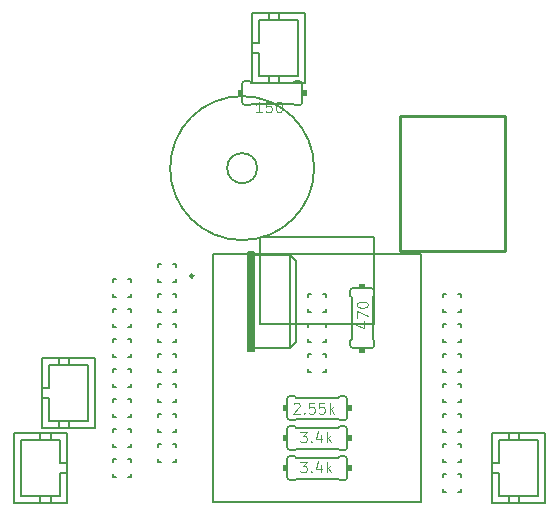
<source format=gbr>
%TF.GenerationSoftware,KiCad,Pcbnew,7.0.9*%
%TF.CreationDate,2023-11-20T12:38:18-05:00*%
%TF.ProjectId,brobot_v1,62726f62-6f74-45f7-9631-2e6b69636164,rev?*%
%TF.SameCoordinates,Original*%
%TF.FileFunction,Legend,Top*%
%TF.FilePolarity,Positive*%
%FSLAX46Y46*%
G04 Gerber Fmt 4.6, Leading zero omitted, Abs format (unit mm)*
G04 Created by KiCad (PCBNEW 7.0.9) date 2023-11-20 12:38:18*
%MOMM*%
%LPD*%
G01*
G04 APERTURE LIST*
%ADD10C,0.089154*%
%ADD11C,0.254000*%
%ADD12C,0.127000*%
%ADD13C,0.152400*%
G04 APERTURE END LIST*
D10*
X149680189Y-119250145D02*
X149723115Y-119207219D01*
X149723115Y-119207219D02*
X149808967Y-119164293D01*
X149808967Y-119164293D02*
X150023597Y-119164293D01*
X150023597Y-119164293D02*
X150109449Y-119207219D01*
X150109449Y-119207219D02*
X150152375Y-119250145D01*
X150152375Y-119250145D02*
X150195301Y-119335997D01*
X150195301Y-119335997D02*
X150195301Y-119421849D01*
X150195301Y-119421849D02*
X150152375Y-119550627D01*
X150152375Y-119550627D02*
X149637263Y-120065739D01*
X149637263Y-120065739D02*
X150195301Y-120065739D01*
X150581635Y-119979887D02*
X150624561Y-120022813D01*
X150624561Y-120022813D02*
X150581635Y-120065739D01*
X150581635Y-120065739D02*
X150538709Y-120022813D01*
X150538709Y-120022813D02*
X150581635Y-119979887D01*
X150581635Y-119979887D02*
X150581635Y-120065739D01*
X151440155Y-119164293D02*
X151010895Y-119164293D01*
X151010895Y-119164293D02*
X150967969Y-119593553D01*
X150967969Y-119593553D02*
X151010895Y-119550627D01*
X151010895Y-119550627D02*
X151096747Y-119507701D01*
X151096747Y-119507701D02*
X151311377Y-119507701D01*
X151311377Y-119507701D02*
X151397229Y-119550627D01*
X151397229Y-119550627D02*
X151440155Y-119593553D01*
X151440155Y-119593553D02*
X151483081Y-119679405D01*
X151483081Y-119679405D02*
X151483081Y-119894035D01*
X151483081Y-119894035D02*
X151440155Y-119979887D01*
X151440155Y-119979887D02*
X151397229Y-120022813D01*
X151397229Y-120022813D02*
X151311377Y-120065739D01*
X151311377Y-120065739D02*
X151096747Y-120065739D01*
X151096747Y-120065739D02*
X151010895Y-120022813D01*
X151010895Y-120022813D02*
X150967969Y-119979887D01*
X152298675Y-119164293D02*
X151869415Y-119164293D01*
X151869415Y-119164293D02*
X151826489Y-119593553D01*
X151826489Y-119593553D02*
X151869415Y-119550627D01*
X151869415Y-119550627D02*
X151955267Y-119507701D01*
X151955267Y-119507701D02*
X152169897Y-119507701D01*
X152169897Y-119507701D02*
X152255749Y-119550627D01*
X152255749Y-119550627D02*
X152298675Y-119593553D01*
X152298675Y-119593553D02*
X152341601Y-119679405D01*
X152341601Y-119679405D02*
X152341601Y-119894035D01*
X152341601Y-119894035D02*
X152298675Y-119979887D01*
X152298675Y-119979887D02*
X152255749Y-120022813D01*
X152255749Y-120022813D02*
X152169897Y-120065739D01*
X152169897Y-120065739D02*
X151955267Y-120065739D01*
X151955267Y-120065739D02*
X151869415Y-120022813D01*
X151869415Y-120022813D02*
X151826489Y-119979887D01*
X152727935Y-120065739D02*
X152727935Y-119164293D01*
X152813787Y-119722331D02*
X153071343Y-120065739D01*
X153071343Y-119464775D02*
X152727935Y-119808183D01*
X150237931Y-124154798D02*
X150795969Y-124154798D01*
X150795969Y-124154798D02*
X150495487Y-124498206D01*
X150495487Y-124498206D02*
X150624265Y-124498206D01*
X150624265Y-124498206D02*
X150710117Y-124541132D01*
X150710117Y-124541132D02*
X150753043Y-124584058D01*
X150753043Y-124584058D02*
X150795969Y-124669910D01*
X150795969Y-124669910D02*
X150795969Y-124884540D01*
X150795969Y-124884540D02*
X150753043Y-124970392D01*
X150753043Y-124970392D02*
X150710117Y-125013318D01*
X150710117Y-125013318D02*
X150624265Y-125056244D01*
X150624265Y-125056244D02*
X150366709Y-125056244D01*
X150366709Y-125056244D02*
X150280857Y-125013318D01*
X150280857Y-125013318D02*
X150237931Y-124970392D01*
X151182303Y-124970392D02*
X151225229Y-125013318D01*
X151225229Y-125013318D02*
X151182303Y-125056244D01*
X151182303Y-125056244D02*
X151139377Y-125013318D01*
X151139377Y-125013318D02*
X151182303Y-124970392D01*
X151182303Y-124970392D02*
X151182303Y-125056244D01*
X151997897Y-124455280D02*
X151997897Y-125056244D01*
X151783267Y-124111872D02*
X151568637Y-124755762D01*
X151568637Y-124755762D02*
X152126675Y-124755762D01*
X152470083Y-125056244D02*
X152470083Y-124154798D01*
X152555935Y-124712836D02*
X152813491Y-125056244D01*
X152813491Y-124455280D02*
X152470083Y-124798688D01*
X150237931Y-121614798D02*
X150795969Y-121614798D01*
X150795969Y-121614798D02*
X150495487Y-121958206D01*
X150495487Y-121958206D02*
X150624265Y-121958206D01*
X150624265Y-121958206D02*
X150710117Y-122001132D01*
X150710117Y-122001132D02*
X150753043Y-122044058D01*
X150753043Y-122044058D02*
X150795969Y-122129910D01*
X150795969Y-122129910D02*
X150795969Y-122344540D01*
X150795969Y-122344540D02*
X150753043Y-122430392D01*
X150753043Y-122430392D02*
X150710117Y-122473318D01*
X150710117Y-122473318D02*
X150624265Y-122516244D01*
X150624265Y-122516244D02*
X150366709Y-122516244D01*
X150366709Y-122516244D02*
X150280857Y-122473318D01*
X150280857Y-122473318D02*
X150237931Y-122430392D01*
X151182303Y-122430392D02*
X151225229Y-122473318D01*
X151225229Y-122473318D02*
X151182303Y-122516244D01*
X151182303Y-122516244D02*
X151139377Y-122473318D01*
X151139377Y-122473318D02*
X151182303Y-122430392D01*
X151182303Y-122430392D02*
X151182303Y-122516244D01*
X151997897Y-121915280D02*
X151997897Y-122516244D01*
X151783267Y-121571872D02*
X151568637Y-122215762D01*
X151568637Y-122215762D02*
X152126675Y-122215762D01*
X152470083Y-122516244D02*
X152470083Y-121614798D01*
X152555935Y-122172836D02*
X152813491Y-122516244D01*
X152813491Y-121915280D02*
X152470083Y-122258688D01*
X155342271Y-112396249D02*
X155943235Y-112396249D01*
X154998863Y-112610879D02*
X155642753Y-112825509D01*
X155642753Y-112825509D02*
X155642753Y-112267471D01*
X155041789Y-112009915D02*
X155041789Y-111408951D01*
X155041789Y-111408951D02*
X155943235Y-111795285D01*
X155041789Y-110893839D02*
X155041789Y-110807987D01*
X155041789Y-110807987D02*
X155084715Y-110722135D01*
X155084715Y-110722135D02*
X155127641Y-110679209D01*
X155127641Y-110679209D02*
X155213493Y-110636283D01*
X155213493Y-110636283D02*
X155385197Y-110593357D01*
X155385197Y-110593357D02*
X155599827Y-110593357D01*
X155599827Y-110593357D02*
X155771531Y-110636283D01*
X155771531Y-110636283D02*
X155857383Y-110679209D01*
X155857383Y-110679209D02*
X155900309Y-110722135D01*
X155900309Y-110722135D02*
X155943235Y-110807987D01*
X155943235Y-110807987D02*
X155943235Y-110893839D01*
X155943235Y-110893839D02*
X155900309Y-110979691D01*
X155900309Y-110979691D02*
X155857383Y-111022617D01*
X155857383Y-111022617D02*
X155771531Y-111065543D01*
X155771531Y-111065543D02*
X155599827Y-111108469D01*
X155599827Y-111108469D02*
X155385197Y-111108469D01*
X155385197Y-111108469D02*
X155213493Y-111065543D01*
X155213493Y-111065543D02*
X155127641Y-111022617D01*
X155127641Y-111022617D02*
X155084715Y-110979691D01*
X155084715Y-110979691D02*
X155041789Y-110893839D01*
X146985969Y-94576244D02*
X146470857Y-94576244D01*
X146728413Y-94576244D02*
X146728413Y-93674798D01*
X146728413Y-93674798D02*
X146642561Y-93803576D01*
X146642561Y-93803576D02*
X146556709Y-93889428D01*
X146556709Y-93889428D02*
X146470857Y-93932354D01*
X147801563Y-93674798D02*
X147372303Y-93674798D01*
X147372303Y-93674798D02*
X147329377Y-94104058D01*
X147329377Y-94104058D02*
X147372303Y-94061132D01*
X147372303Y-94061132D02*
X147458155Y-94018206D01*
X147458155Y-94018206D02*
X147672785Y-94018206D01*
X147672785Y-94018206D02*
X147758637Y-94061132D01*
X147758637Y-94061132D02*
X147801563Y-94104058D01*
X147801563Y-94104058D02*
X147844489Y-94189910D01*
X147844489Y-94189910D02*
X147844489Y-94404540D01*
X147844489Y-94404540D02*
X147801563Y-94490392D01*
X147801563Y-94490392D02*
X147758637Y-94533318D01*
X147758637Y-94533318D02*
X147672785Y-94576244D01*
X147672785Y-94576244D02*
X147458155Y-94576244D01*
X147458155Y-94576244D02*
X147372303Y-94533318D01*
X147372303Y-94533318D02*
X147329377Y-94490392D01*
X148402527Y-93674798D02*
X148488379Y-93674798D01*
X148488379Y-93674798D02*
X148574231Y-93717724D01*
X148574231Y-93717724D02*
X148617157Y-93760650D01*
X148617157Y-93760650D02*
X148660083Y-93846502D01*
X148660083Y-93846502D02*
X148703009Y-94018206D01*
X148703009Y-94018206D02*
X148703009Y-94232836D01*
X148703009Y-94232836D02*
X148660083Y-94404540D01*
X148660083Y-94404540D02*
X148617157Y-94490392D01*
X148617157Y-94490392D02*
X148574231Y-94533318D01*
X148574231Y-94533318D02*
X148488379Y-94576244D01*
X148488379Y-94576244D02*
X148402527Y-94576244D01*
X148402527Y-94576244D02*
X148316675Y-94533318D01*
X148316675Y-94533318D02*
X148273749Y-94490392D01*
X148273749Y-94490392D02*
X148230823Y-94404540D01*
X148230823Y-94404540D02*
X148187897Y-94232836D01*
X148187897Y-94232836D02*
X148187897Y-94018206D01*
X148187897Y-94018206D02*
X148230823Y-93846502D01*
X148230823Y-93846502D02*
X148273749Y-93760650D01*
X148273749Y-93760650D02*
X148316675Y-93717724D01*
X148316675Y-93717724D02*
X148402527Y-93674798D01*
%TO.C,U1*%
D11*
X141184100Y-108407600D02*
G75*
G03*
X141184100Y-108407600I-127000J0D01*
G01*
D12*
X146876100Y-112500600D02*
X146876100Y-105148600D01*
X156476100Y-112500600D02*
X146876100Y-112500600D01*
X156476100Y-105148600D02*
X156476100Y-112500600D01*
X146876100Y-105148600D02*
X156476100Y-105148600D01*
X142876100Y-106568600D02*
X142876100Y-127568600D01*
X160476100Y-106568600D02*
X142876100Y-106568600D01*
X160476100Y-127568600D02*
X160476100Y-106568600D01*
X142876100Y-127568600D02*
X160476100Y-127568600D01*
D11*
%TO.C,U2*%
X158661100Y-94843600D02*
X167551100Y-94843600D01*
X158661100Y-106273600D02*
X158661100Y-94843600D01*
X167551100Y-106273600D02*
X158661100Y-106273600D01*
X167551100Y-94843600D02*
X167551100Y-106273600D01*
D13*
%TO.C,PAD39*%
X150914100Y-111480600D02*
X150914100Y-111226600D01*
X151168100Y-111480600D02*
X150914100Y-111480600D01*
X152438100Y-111480600D02*
X152184100Y-111480600D01*
X152438100Y-111226600D02*
X152438100Y-111480600D01*
X152438100Y-109956600D02*
X152184100Y-109956600D01*
X152438100Y-109956600D02*
X152438100Y-110210600D01*
X150914100Y-109956600D02*
X150914100Y-110210600D01*
X150914100Y-109956600D02*
X151168100Y-109956600D01*
%TO.C,PAD40*%
X150914100Y-114020600D02*
X150914100Y-113766600D01*
X151168100Y-114020600D02*
X150914100Y-114020600D01*
X152438100Y-114020600D02*
X152184100Y-114020600D01*
X152438100Y-113766600D02*
X152438100Y-114020600D01*
X152438100Y-112496600D02*
X152184100Y-112496600D01*
X152438100Y-112496600D02*
X152438100Y-112750600D01*
X150914100Y-112496600D02*
X150914100Y-112750600D01*
X150914100Y-112496600D02*
X151168100Y-112496600D01*
%TO.C,PAD41*%
X150914100Y-116560600D02*
X150914100Y-116306600D01*
X151168100Y-116560600D02*
X150914100Y-116560600D01*
X152438100Y-116560600D02*
X152184100Y-116560600D01*
X152438100Y-116306600D02*
X152438100Y-116560600D01*
X152438100Y-115036600D02*
X152184100Y-115036600D01*
X152438100Y-115036600D02*
X152438100Y-115290600D01*
X150914100Y-115036600D02*
X150914100Y-115290600D01*
X150914100Y-115036600D02*
X151168100Y-115036600D01*
%TO.C,R1*%
G36*
X154597100Y-119862600D02*
G01*
X154216100Y-119862600D01*
X154216100Y-119354600D01*
X154597100Y-119354600D01*
X154597100Y-119862600D01*
G37*
G36*
X149136100Y-119862600D02*
G01*
X148755100Y-119862600D01*
X148755100Y-119354600D01*
X149136100Y-119354600D01*
X149136100Y-119862600D01*
G37*
X149136100Y-118846600D02*
X149136100Y-120370600D01*
X149390100Y-118592600D02*
X149771100Y-118592600D01*
X149390100Y-120624600D02*
X149771100Y-120624600D01*
X149898100Y-118719600D02*
X153454100Y-118719600D01*
X149898100Y-118719600D02*
X149771100Y-118592600D01*
X149898100Y-120497600D02*
X153454100Y-120497600D01*
X149898100Y-120497600D02*
X149771100Y-120624600D01*
X153454100Y-118719600D02*
X153581100Y-118592600D01*
X153962100Y-118592600D02*
X153581100Y-118592600D01*
X153454100Y-120497600D02*
X153581100Y-120624600D01*
X153962100Y-120624600D02*
X153581100Y-120624600D01*
X154216100Y-118846600D02*
X154216100Y-120370600D01*
X149136100Y-120370600D02*
G75*
G03*
X149390100Y-120624600I254000J0D01*
G01*
X149390100Y-118592600D02*
G75*
G03*
X149136100Y-118846600I0J-254000D01*
G01*
X154216100Y-118846600D02*
G75*
G03*
X153962100Y-118592600I-254000J0D01*
G01*
X153962100Y-120624600D02*
G75*
G03*
X154216100Y-120370600I0J254000D01*
G01*
%TO.C,R2*%
G36*
X149136100Y-124942600D02*
G01*
X148755100Y-124942600D01*
X148755100Y-124434600D01*
X149136100Y-124434600D01*
X149136100Y-124942600D01*
G37*
G36*
X154597100Y-124942600D02*
G01*
X154216100Y-124942600D01*
X154216100Y-124434600D01*
X154597100Y-124434600D01*
X154597100Y-124942600D01*
G37*
X154216100Y-125450600D02*
X154216100Y-123926600D01*
X153962100Y-125704600D02*
X153581100Y-125704600D01*
X153962100Y-123672600D02*
X153581100Y-123672600D01*
X153454100Y-125577600D02*
X149898100Y-125577600D01*
X153454100Y-125577600D02*
X153581100Y-125704600D01*
X153454100Y-123799600D02*
X149898100Y-123799600D01*
X153454100Y-123799600D02*
X153581100Y-123672600D01*
X149898100Y-125577600D02*
X149771100Y-125704600D01*
X149390100Y-125704600D02*
X149771100Y-125704600D01*
X149898100Y-123799600D02*
X149771100Y-123672600D01*
X149390100Y-123672600D02*
X149771100Y-123672600D01*
X149136100Y-125450600D02*
X149136100Y-123926600D01*
X154216100Y-123926600D02*
G75*
G03*
X153962100Y-123672600I-254000J0D01*
G01*
X153962100Y-125704600D02*
G75*
G03*
X154216100Y-125450600I0J254000D01*
G01*
X149136100Y-125450600D02*
G75*
G03*
X149390100Y-125704600I254000J0D01*
G01*
X149390100Y-123672600D02*
G75*
G03*
X149136100Y-123926600I0J-254000D01*
G01*
%TO.C,R3*%
G36*
X149136100Y-122402600D02*
G01*
X148755100Y-122402600D01*
X148755100Y-121894600D01*
X149136100Y-121894600D01*
X149136100Y-122402600D01*
G37*
G36*
X154597100Y-122402600D02*
G01*
X154216100Y-122402600D01*
X154216100Y-121894600D01*
X154597100Y-121894600D01*
X154597100Y-122402600D01*
G37*
X154216100Y-122910600D02*
X154216100Y-121386600D01*
X153962100Y-123164600D02*
X153581100Y-123164600D01*
X153962100Y-121132600D02*
X153581100Y-121132600D01*
X153454100Y-123037600D02*
X149898100Y-123037600D01*
X153454100Y-123037600D02*
X153581100Y-123164600D01*
X153454100Y-121259600D02*
X149898100Y-121259600D01*
X153454100Y-121259600D02*
X153581100Y-121132600D01*
X149898100Y-123037600D02*
X149771100Y-123164600D01*
X149390100Y-123164600D02*
X149771100Y-123164600D01*
X149898100Y-121259600D02*
X149771100Y-121132600D01*
X149390100Y-121132600D02*
X149771100Y-121132600D01*
X149136100Y-122910600D02*
X149136100Y-121386600D01*
X154216100Y-121386600D02*
G75*
G03*
X153962100Y-121132600I-254000J0D01*
G01*
X153962100Y-123164600D02*
G75*
G03*
X154216100Y-122910600I0J254000D01*
G01*
X149136100Y-122910600D02*
G75*
G03*
X149390100Y-123164600I254000J0D01*
G01*
X149390100Y-121132600D02*
G75*
G03*
X149136100Y-121386600I0J-254000D01*
G01*
%TO.C,R4*%
G36*
X155740100Y-109448600D02*
G01*
X155232100Y-109448600D01*
X155232100Y-109067600D01*
X155740100Y-109067600D01*
X155740100Y-109448600D01*
G37*
G36*
X155740100Y-114909600D02*
G01*
X155232100Y-114909600D01*
X155232100Y-114528600D01*
X155740100Y-114528600D01*
X155740100Y-114909600D01*
G37*
X154724100Y-114528600D02*
X156248100Y-114528600D01*
X154470100Y-114274600D02*
X154470100Y-113893600D01*
X156502100Y-114274600D02*
X156502100Y-113893600D01*
X154597100Y-113766600D02*
X154597100Y-110210600D01*
X154597100Y-113766600D02*
X154470100Y-113893600D01*
X156375100Y-113766600D02*
X156375100Y-110210600D01*
X156375100Y-113766600D02*
X156502100Y-113893600D01*
X154597100Y-110210600D02*
X154470100Y-110083600D01*
X154470100Y-109702600D02*
X154470100Y-110083600D01*
X156375100Y-110210600D02*
X156502100Y-110083600D01*
X156502100Y-109702600D02*
X156502100Y-110083600D01*
X154724100Y-109448600D02*
X156248100Y-109448600D01*
X156248100Y-114528600D02*
G75*
G03*
X156502100Y-114274600I0J254000D01*
G01*
X154470100Y-114274600D02*
G75*
G03*
X154724100Y-114528600I254000J0D01*
G01*
X154724100Y-109448600D02*
G75*
G03*
X154470100Y-109702600I0J-254000D01*
G01*
X156502100Y-109702600D02*
G75*
G03*
X156248100Y-109448600I-254000J0D01*
G01*
D12*
%TO.C,P1*%
X129916100Y-125088600D02*
X130516100Y-125088600D01*
X129916100Y-124288600D02*
X130516100Y-124288600D01*
X129916100Y-124288600D02*
X129916100Y-122338600D01*
X129116100Y-122338600D02*
X129116100Y-121738600D01*
X128216100Y-122338600D02*
X128216100Y-121738600D01*
X128216100Y-127638600D02*
X128216100Y-127038600D01*
X129116100Y-127638600D02*
X129116100Y-127038600D01*
X129116100Y-122338600D02*
X129916100Y-122338600D01*
X128216100Y-122338600D02*
X129116100Y-122338600D01*
X126616100Y-122338600D02*
X128216100Y-122338600D01*
X129916100Y-127038600D02*
X129916100Y-125088600D01*
X129116100Y-127038600D02*
X129916100Y-127038600D01*
X128216100Y-127038600D02*
X129116100Y-127038600D01*
X126616100Y-127038600D02*
X128216100Y-127038600D01*
X126616100Y-127038600D02*
X126616100Y-122338600D01*
X129116100Y-127638600D02*
X130516100Y-127638600D01*
X128216100Y-127638600D02*
X129116100Y-127638600D01*
X126016100Y-127638600D02*
X128216100Y-127638600D01*
X129116100Y-121738600D02*
X130516100Y-121738600D01*
X128216100Y-121738600D02*
X129116100Y-121738600D01*
X126016100Y-121738600D02*
X128216100Y-121738600D01*
X126016100Y-127638600D02*
X126016100Y-121738600D01*
X130516100Y-124288600D02*
X130516100Y-121738600D01*
X130516100Y-125088600D02*
X130516100Y-124288600D01*
X130516100Y-127638600D02*
X130516100Y-125088600D01*
%TO.C,P2*%
X128986100Y-117938600D02*
X128386100Y-117938600D01*
X128986100Y-118738600D02*
X128386100Y-118738600D01*
X128986100Y-118738600D02*
X128986100Y-120688600D01*
X129786100Y-120688600D02*
X129786100Y-121288600D01*
X130686100Y-120688600D02*
X130686100Y-121288600D01*
X130686100Y-115388600D02*
X130686100Y-115988600D01*
X129786100Y-115388600D02*
X129786100Y-115988600D01*
X129786100Y-120688600D02*
X128986100Y-120688600D01*
X130686100Y-120688600D02*
X129786100Y-120688600D01*
X132286100Y-120688600D02*
X130686100Y-120688600D01*
X128986100Y-115988600D02*
X128986100Y-117938600D01*
X129786100Y-115988600D02*
X128986100Y-115988600D01*
X130686100Y-115988600D02*
X129786100Y-115988600D01*
X132286100Y-115988600D02*
X130686100Y-115988600D01*
X132286100Y-115988600D02*
X132286100Y-120688600D01*
X129786100Y-115388600D02*
X128386100Y-115388600D01*
X130686100Y-115388600D02*
X129786100Y-115388600D01*
X132886100Y-115388600D02*
X130686100Y-115388600D01*
X129786100Y-121288600D02*
X128386100Y-121288600D01*
X130686100Y-121288600D02*
X129786100Y-121288600D01*
X132886100Y-121288600D02*
X130686100Y-121288600D01*
X132886100Y-115388600D02*
X132886100Y-121288600D01*
X128386100Y-118738600D02*
X128386100Y-121288600D01*
X128386100Y-117938600D02*
X128386100Y-118738600D01*
X128386100Y-115388600D02*
X128386100Y-117938600D01*
%TO.C,P3*%
X167086100Y-124288600D02*
X166486100Y-124288600D01*
X167086100Y-125088600D02*
X166486100Y-125088600D01*
X167086100Y-125088600D02*
X167086100Y-127038600D01*
X167886100Y-127038600D02*
X167886100Y-127638600D01*
X168786100Y-127038600D02*
X168786100Y-127638600D01*
X168786100Y-121738600D02*
X168786100Y-122338600D01*
X167886100Y-121738600D02*
X167886100Y-122338600D01*
X167886100Y-127038600D02*
X167086100Y-127038600D01*
X168786100Y-127038600D02*
X167886100Y-127038600D01*
X170386100Y-127038600D02*
X168786100Y-127038600D01*
X167086100Y-122338600D02*
X167086100Y-124288600D01*
X167886100Y-122338600D02*
X167086100Y-122338600D01*
X168786100Y-122338600D02*
X167886100Y-122338600D01*
X170386100Y-122338600D02*
X168786100Y-122338600D01*
X170386100Y-122338600D02*
X170386100Y-127038600D01*
X167886100Y-121738600D02*
X166486100Y-121738600D01*
X168786100Y-121738600D02*
X167886100Y-121738600D01*
X170986100Y-121738600D02*
X168786100Y-121738600D01*
X167886100Y-127638600D02*
X166486100Y-127638600D01*
X168786100Y-127638600D02*
X167886100Y-127638600D01*
X170986100Y-127638600D02*
X168786100Y-127638600D01*
X170986100Y-121738600D02*
X170986100Y-127638600D01*
X166486100Y-125088600D02*
X166486100Y-127638600D01*
X166486100Y-124288600D02*
X166486100Y-125088600D01*
X166486100Y-121738600D02*
X166486100Y-124288600D01*
%TO.C,R5*%
G36*
X145326100Y-93192600D02*
G01*
X144945100Y-93192600D01*
X144945100Y-92684600D01*
X145326100Y-92684600D01*
X145326100Y-93192600D01*
G37*
G36*
X150787100Y-93192600D02*
G01*
X150406100Y-93192600D01*
X150406100Y-92684600D01*
X150787100Y-92684600D01*
X150787100Y-93192600D01*
G37*
D13*
X150406100Y-93700600D02*
X150406100Y-92176600D01*
X150152100Y-93954600D02*
X149771100Y-93954600D01*
X150152100Y-91922600D02*
X149771100Y-91922600D01*
X149644100Y-93827600D02*
X146088100Y-93827600D01*
X149644100Y-93827600D02*
X149771100Y-93954600D01*
X149644100Y-92049600D02*
X146088100Y-92049600D01*
X149644100Y-92049600D02*
X149771100Y-91922600D01*
X146088100Y-93827600D02*
X145961100Y-93954600D01*
X145580100Y-93954600D02*
X145961100Y-93954600D01*
X146088100Y-92049600D02*
X145961100Y-91922600D01*
X145580100Y-91922600D02*
X145961100Y-91922600D01*
X145326100Y-93700600D02*
X145326100Y-92176600D01*
X150406100Y-92176600D02*
G75*
G03*
X150152100Y-91922600I-254000J0D01*
G01*
X150152100Y-93954600D02*
G75*
G03*
X150406100Y-93700600I0J254000D01*
G01*
X145326100Y-93700600D02*
G75*
G03*
X145580100Y-93954600I254000J0D01*
G01*
X145580100Y-91922600D02*
G75*
G03*
X145326100Y-92176600I0J-254000D01*
G01*
%TO.C,SP1*%
X146596100Y-99288600D02*
G75*
G03*
X146596100Y-99288600I-1270000J0D01*
G01*
X151422100Y-99288600D02*
G75*
G03*
X151422100Y-99288600I-6096000J0D01*
G01*
%TO.C,Q1*%
G36*
X146342100Y-114782600D02*
G01*
X145834100Y-114782600D01*
X145834100Y-106400600D01*
X146342100Y-106400600D01*
X146342100Y-114782600D01*
G37*
D12*
X149390100Y-106654600D02*
X146342100Y-106654600D01*
X149390100Y-114528600D02*
X146342100Y-114528600D01*
X145834100Y-114782600D02*
X146342100Y-114782600D01*
X145834100Y-106400600D02*
X145834100Y-114782600D01*
X146342100Y-106400600D02*
X145834100Y-106400600D01*
X149390100Y-106654600D02*
X149390100Y-114528600D01*
X146342100Y-106654600D02*
X146342100Y-106400600D01*
X146342100Y-114528600D02*
X146342100Y-106654600D01*
X146342100Y-114782600D02*
X146342100Y-114528600D01*
X149898100Y-114020600D02*
X149390100Y-114528600D01*
X149898100Y-107162600D02*
X149898100Y-114020600D01*
X149390100Y-106654600D02*
X149898100Y-107162600D01*
D13*
%TO.C,PAD29*%
X135928100Y-123926600D02*
X135674100Y-123926600D01*
X135928100Y-124180600D02*
X135928100Y-123926600D01*
X135928100Y-125450600D02*
X135928100Y-125196600D01*
X135674100Y-125450600D02*
X135928100Y-125450600D01*
X134404100Y-125450600D02*
X134658100Y-125450600D01*
X134404100Y-125196600D02*
X134404100Y-125450600D01*
X134404100Y-123926600D02*
X134404100Y-124180600D01*
X134658100Y-123926600D02*
X134404100Y-123926600D01*
%TO.C,PAD30*%
X135928100Y-121386600D02*
X135674100Y-121386600D01*
X135928100Y-121640600D02*
X135928100Y-121386600D01*
X135928100Y-122910600D02*
X135928100Y-122656600D01*
X135674100Y-122910600D02*
X135928100Y-122910600D01*
X134404100Y-122910600D02*
X134658100Y-122910600D01*
X134404100Y-122656600D02*
X134404100Y-122910600D01*
X134404100Y-121386600D02*
X134404100Y-121640600D01*
X134658100Y-121386600D02*
X134404100Y-121386600D01*
%TO.C,PAD31*%
X135928100Y-118846600D02*
X135674100Y-118846600D01*
X135928100Y-119100600D02*
X135928100Y-118846600D01*
X135928100Y-120370600D02*
X135928100Y-120116600D01*
X135674100Y-120370600D02*
X135928100Y-120370600D01*
X134404100Y-120370600D02*
X134658100Y-120370600D01*
X134404100Y-120116600D02*
X134404100Y-120370600D01*
X134404100Y-118846600D02*
X134404100Y-119100600D01*
X134658100Y-118846600D02*
X134404100Y-118846600D01*
%TO.C,PAD32*%
X135928100Y-116306600D02*
X135674100Y-116306600D01*
X135928100Y-116560600D02*
X135928100Y-116306600D01*
X135928100Y-117830600D02*
X135928100Y-117576600D01*
X135674100Y-117830600D02*
X135928100Y-117830600D01*
X134404100Y-117830600D02*
X134658100Y-117830600D01*
X134404100Y-117576600D02*
X134404100Y-117830600D01*
X134404100Y-116306600D02*
X134404100Y-116560600D01*
X134658100Y-116306600D02*
X134404100Y-116306600D01*
%TO.C,PAD33*%
X135928100Y-113766600D02*
X135674100Y-113766600D01*
X135928100Y-114020600D02*
X135928100Y-113766600D01*
X135928100Y-115290600D02*
X135928100Y-115036600D01*
X135674100Y-115290600D02*
X135928100Y-115290600D01*
X134404100Y-115290600D02*
X134658100Y-115290600D01*
X134404100Y-115036600D02*
X134404100Y-115290600D01*
X134404100Y-113766600D02*
X134404100Y-114020600D01*
X134658100Y-113766600D02*
X134404100Y-113766600D01*
%TO.C,PAD34*%
X135928100Y-111226600D02*
X135674100Y-111226600D01*
X135928100Y-111480600D02*
X135928100Y-111226600D01*
X135928100Y-112750600D02*
X135928100Y-112496600D01*
X135674100Y-112750600D02*
X135928100Y-112750600D01*
X134404100Y-112750600D02*
X134658100Y-112750600D01*
X134404100Y-112496600D02*
X134404100Y-112750600D01*
X134404100Y-111226600D02*
X134404100Y-111480600D01*
X134658100Y-111226600D02*
X134404100Y-111226600D01*
%TO.C,PAD35*%
X135928100Y-108686600D02*
X135674100Y-108686600D01*
X135928100Y-108940600D02*
X135928100Y-108686600D01*
X135928100Y-110210600D02*
X135928100Y-109956600D01*
X135674100Y-110210600D02*
X135928100Y-110210600D01*
X134404100Y-110210600D02*
X134658100Y-110210600D01*
X134404100Y-109956600D02*
X134404100Y-110210600D01*
X134404100Y-108686600D02*
X134404100Y-108940600D01*
X134658100Y-108686600D02*
X134404100Y-108686600D01*
%TO.C,PAD36*%
X139738100Y-107416600D02*
X139484100Y-107416600D01*
X139738100Y-107670600D02*
X139738100Y-107416600D01*
X139738100Y-108940600D02*
X139738100Y-108686600D01*
X139484100Y-108940600D02*
X139738100Y-108940600D01*
X138214100Y-108940600D02*
X138468100Y-108940600D01*
X138214100Y-108686600D02*
X138214100Y-108940600D01*
X138214100Y-107416600D02*
X138214100Y-107670600D01*
X138468100Y-107416600D02*
X138214100Y-107416600D01*
%TO.C,PAD42*%
X139738100Y-109956600D02*
X139484100Y-109956600D01*
X139738100Y-110210600D02*
X139738100Y-109956600D01*
X139738100Y-111480600D02*
X139738100Y-111226600D01*
X139484100Y-111480600D02*
X139738100Y-111480600D01*
X138214100Y-111480600D02*
X138468100Y-111480600D01*
X138214100Y-111226600D02*
X138214100Y-111480600D01*
X138214100Y-109956600D02*
X138214100Y-110210600D01*
X138468100Y-109956600D02*
X138214100Y-109956600D01*
%TO.C,PAD43*%
X139738100Y-112496600D02*
X139484100Y-112496600D01*
X139738100Y-112750600D02*
X139738100Y-112496600D01*
X139738100Y-114020600D02*
X139738100Y-113766600D01*
X139484100Y-114020600D02*
X139738100Y-114020600D01*
X138214100Y-114020600D02*
X138468100Y-114020600D01*
X138214100Y-113766600D02*
X138214100Y-114020600D01*
X138214100Y-112496600D02*
X138214100Y-112750600D01*
X138468100Y-112496600D02*
X138214100Y-112496600D01*
%TO.C,PAD44*%
X139738100Y-115036600D02*
X139484100Y-115036600D01*
X139738100Y-115290600D02*
X139738100Y-115036600D01*
X139738100Y-116560600D02*
X139738100Y-116306600D01*
X139484100Y-116560600D02*
X139738100Y-116560600D01*
X138214100Y-116560600D02*
X138468100Y-116560600D01*
X138214100Y-116306600D02*
X138214100Y-116560600D01*
X138214100Y-115036600D02*
X138214100Y-115290600D01*
X138468100Y-115036600D02*
X138214100Y-115036600D01*
%TO.C,PAD45*%
X139738100Y-117576600D02*
X139484100Y-117576600D01*
X139738100Y-117830600D02*
X139738100Y-117576600D01*
X139738100Y-119100600D02*
X139738100Y-118846600D01*
X139484100Y-119100600D02*
X139738100Y-119100600D01*
X138214100Y-119100600D02*
X138468100Y-119100600D01*
X138214100Y-118846600D02*
X138214100Y-119100600D01*
X138214100Y-117576600D02*
X138214100Y-117830600D01*
X138468100Y-117576600D02*
X138214100Y-117576600D01*
%TO.C,PAD46*%
X139738100Y-120116600D02*
X139484100Y-120116600D01*
X139738100Y-120370600D02*
X139738100Y-120116600D01*
X139738100Y-121640600D02*
X139738100Y-121386600D01*
X139484100Y-121640600D02*
X139738100Y-121640600D01*
X138214100Y-121640600D02*
X138468100Y-121640600D01*
X138214100Y-121386600D02*
X138214100Y-121640600D01*
X138214100Y-120116600D02*
X138214100Y-120370600D01*
X138468100Y-120116600D02*
X138214100Y-120116600D01*
%TO.C,PAD47*%
X139738100Y-122656600D02*
X139484100Y-122656600D01*
X139738100Y-122910600D02*
X139738100Y-122656600D01*
X139738100Y-124180600D02*
X139738100Y-123926600D01*
X139484100Y-124180600D02*
X139738100Y-124180600D01*
X138214100Y-124180600D02*
X138468100Y-124180600D01*
X138214100Y-123926600D02*
X138214100Y-124180600D01*
X138214100Y-122656600D02*
X138214100Y-122910600D01*
X138468100Y-122656600D02*
X138214100Y-122656600D01*
%TO.C,PAD48*%
X163868100Y-109956600D02*
X163614100Y-109956600D01*
X163868100Y-110210600D02*
X163868100Y-109956600D01*
X163868100Y-111480600D02*
X163868100Y-111226600D01*
X163614100Y-111480600D02*
X163868100Y-111480600D01*
X162344100Y-111480600D02*
X162598100Y-111480600D01*
X162344100Y-111226600D02*
X162344100Y-111480600D01*
X162344100Y-109956600D02*
X162344100Y-110210600D01*
X162598100Y-109956600D02*
X162344100Y-109956600D01*
%TO.C,PAD49*%
X163868100Y-112496600D02*
X163614100Y-112496600D01*
X163868100Y-112750600D02*
X163868100Y-112496600D01*
X163868100Y-114020600D02*
X163868100Y-113766600D01*
X163614100Y-114020600D02*
X163868100Y-114020600D01*
X162344100Y-114020600D02*
X162598100Y-114020600D01*
X162344100Y-113766600D02*
X162344100Y-114020600D01*
X162344100Y-112496600D02*
X162344100Y-112750600D01*
X162598100Y-112496600D02*
X162344100Y-112496600D01*
%TO.C,PAD50*%
X163868100Y-115036600D02*
X163614100Y-115036600D01*
X163868100Y-115290600D02*
X163868100Y-115036600D01*
X163868100Y-116560600D02*
X163868100Y-116306600D01*
X163614100Y-116560600D02*
X163868100Y-116560600D01*
X162344100Y-116560600D02*
X162598100Y-116560600D01*
X162344100Y-116306600D02*
X162344100Y-116560600D01*
X162344100Y-115036600D02*
X162344100Y-115290600D01*
X162598100Y-115036600D02*
X162344100Y-115036600D01*
%TO.C,PAD51*%
X163868100Y-117576600D02*
X163614100Y-117576600D01*
X163868100Y-117830600D02*
X163868100Y-117576600D01*
X163868100Y-119100600D02*
X163868100Y-118846600D01*
X163614100Y-119100600D02*
X163868100Y-119100600D01*
X162344100Y-119100600D02*
X162598100Y-119100600D01*
X162344100Y-118846600D02*
X162344100Y-119100600D01*
X162344100Y-117576600D02*
X162344100Y-117830600D01*
X162598100Y-117576600D02*
X162344100Y-117576600D01*
%TO.C,PAD52*%
X163868100Y-120116600D02*
X163614100Y-120116600D01*
X163868100Y-120370600D02*
X163868100Y-120116600D01*
X163868100Y-121640600D02*
X163868100Y-121386600D01*
X163614100Y-121640600D02*
X163868100Y-121640600D01*
X162344100Y-121640600D02*
X162598100Y-121640600D01*
X162344100Y-121386600D02*
X162344100Y-121640600D01*
X162344100Y-120116600D02*
X162344100Y-120370600D01*
X162598100Y-120116600D02*
X162344100Y-120116600D01*
%TO.C,PAD53*%
X163868100Y-122656600D02*
X163614100Y-122656600D01*
X163868100Y-122910600D02*
X163868100Y-122656600D01*
X163868100Y-124180600D02*
X163868100Y-123926600D01*
X163614100Y-124180600D02*
X163868100Y-124180600D01*
X162344100Y-124180600D02*
X162598100Y-124180600D01*
X162344100Y-123926600D02*
X162344100Y-124180600D01*
X162344100Y-122656600D02*
X162344100Y-122910600D01*
X162598100Y-122656600D02*
X162344100Y-122656600D01*
%TO.C,PAD54*%
X163868100Y-125196600D02*
X163614100Y-125196600D01*
X163868100Y-125450600D02*
X163868100Y-125196600D01*
X163868100Y-126720600D02*
X163868100Y-126466600D01*
X163614100Y-126720600D02*
X163868100Y-126720600D01*
X162344100Y-126720600D02*
X162598100Y-126720600D01*
X162344100Y-126466600D02*
X162344100Y-126720600D01*
X162344100Y-125196600D02*
X162344100Y-125450600D01*
X162598100Y-125196600D02*
X162344100Y-125196600D01*
D12*
%TO.C,P4*%
X146766100Y-88728600D02*
X146166100Y-88728600D01*
X146766100Y-89528600D02*
X146166100Y-89528600D01*
X146766100Y-89528600D02*
X146766100Y-91478600D01*
X147566100Y-91478600D02*
X147566100Y-92078600D01*
X148466100Y-91478600D02*
X148466100Y-92078600D01*
X148466100Y-86178600D02*
X148466100Y-86778600D01*
X147566100Y-86178600D02*
X147566100Y-86778600D01*
X147566100Y-91478600D02*
X146766100Y-91478600D01*
X148466100Y-91478600D02*
X147566100Y-91478600D01*
X150066100Y-91478600D02*
X148466100Y-91478600D01*
X146766100Y-86778600D02*
X146766100Y-88728600D01*
X147566100Y-86778600D02*
X146766100Y-86778600D01*
X148466100Y-86778600D02*
X147566100Y-86778600D01*
X150066100Y-86778600D02*
X148466100Y-86778600D01*
X150066100Y-86778600D02*
X150066100Y-91478600D01*
X147566100Y-86178600D02*
X146166100Y-86178600D01*
X148466100Y-86178600D02*
X147566100Y-86178600D01*
X150666100Y-86178600D02*
X148466100Y-86178600D01*
X147566100Y-92078600D02*
X146166100Y-92078600D01*
X148466100Y-92078600D02*
X147566100Y-92078600D01*
X150666100Y-92078600D02*
X148466100Y-92078600D01*
X150666100Y-86178600D02*
X150666100Y-92078600D01*
X146166100Y-89528600D02*
X146166100Y-92078600D01*
X146166100Y-88728600D02*
X146166100Y-89528600D01*
X146166100Y-86178600D02*
X146166100Y-88728600D01*
%TD*%
M02*

</source>
